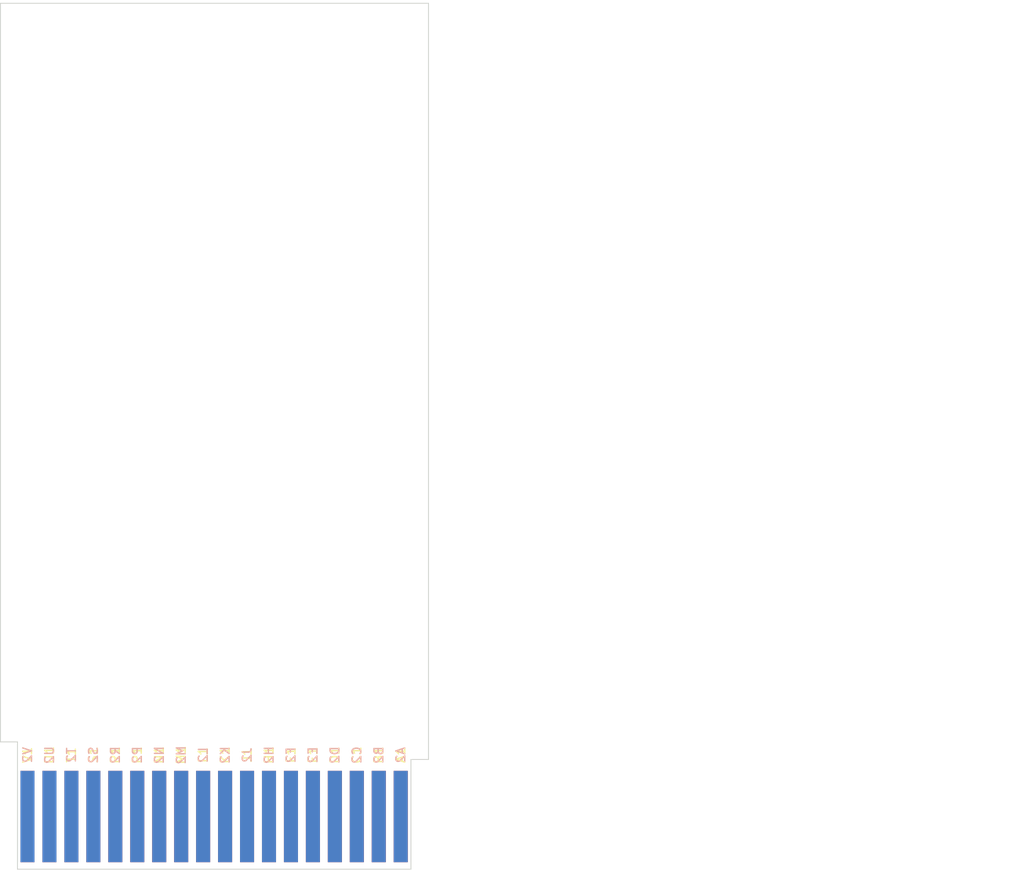
<source format=kicad_pcb>
(kicad_pcb (version 20171130) (host pcbnew "(5.1.10)-1")

  (general
    (thickness 1.6)
    (drawings 15)
    (tracks 0)
    (zones 0)
    (modules 3)
    (nets 1)
  )

  (page C)
  (title_block
    (title "DEC FLIP CHIP Module : SINGLE-HEIGHT, STANDARD LENGTH")
    (rev 1)
  )

  (layers
    (0 F.Cu signal)
    (31 B.Cu signal)
    (32 B.Adhes user)
    (33 F.Adhes user)
    (34 B.Paste user)
    (35 F.Paste user)
    (36 B.SilkS user)
    (37 F.SilkS user)
    (38 B.Mask user)
    (39 F.Mask user)
    (40 Dwgs.User user)
    (41 Cmts.User user)
    (42 Eco1.User user)
    (43 Eco2.User user)
    (44 Edge.Cuts user)
    (45 Margin user)
    (46 B.CrtYd user)
    (47 F.CrtYd user)
    (48 B.Fab user)
    (49 F.Fab user)
  )

  (setup
    (last_trace_width 0.25)
    (trace_clearance 0.2)
    (zone_clearance 0.508)
    (zone_45_only no)
    (trace_min 0.2)
    (via_size 0.8)
    (via_drill 0.4)
    (via_min_size 0.4)
    (via_min_drill 0.3)
    (uvia_size 0.3)
    (uvia_drill 0.1)
    (uvias_allowed no)
    (uvia_min_size 0.2)
    (uvia_min_drill 0.1)
    (edge_width 0.127)
    (segment_width 0.2)
    (pcb_text_width 0.3)
    (pcb_text_size 1.5 1.5)
    (mod_edge_width 0.12)
    (mod_text_size 1 1)
    (mod_text_width 0.15)
    (pad_size 3.200001 3.200001)
    (pad_drill 3.200001)
    (pad_to_mask_clearance 0)
    (aux_axis_origin 0 0)
    (grid_origin 304.8 304.8)
    (visible_elements 7FFFFFFF)
    (pcbplotparams
      (layerselection 0x010fc_ffffffff)
      (usegerberextensions false)
      (usegerberattributes true)
      (usegerberadvancedattributes true)
      (creategerberjobfile true)
      (excludeedgelayer true)
      (linewidth 0.100000)
      (plotframeref false)
      (viasonmask false)
      (mode 1)
      (useauxorigin false)
      (hpglpennumber 1)
      (hpglpenspeed 20)
      (hpglpendiameter 15.000000)
      (psnegative false)
      (psa4output false)
      (plotreference true)
      (plotvalue true)
      (plotinvisibletext false)
      (padsonsilk false)
      (subtractmaskfromsilk false)
      (outputformat 1)
      (mirror false)
      (drillshape 1)
      (scaleselection 1)
      (outputdirectory ""))
  )

  (net 0 "")

  (net_class Default "This is the default net class."
    (clearance 0.2)
    (trace_width 0.25)
    (via_dia 0.8)
    (via_drill 0.4)
    (uvia_dia 0.3)
    (uvia_drill 0.1)
  )

  (module DEC-FLIP-CHIP:CONN-DEC-SINGLE (layer F.Cu) (tedit 61689CA5) (tstamp 6169052D)
    (at 304.8 304.8)
    (descr "DEC FLIP CHIP SINGLE-HEIGHT Edge Connector")
    (fp_text reference J1 (at -30.9118 3.683) (layer Cmts.User) hide
      (effects (font (size 1.27 1.27) (thickness 0.2032)))
    )
    (fp_text value CONN-DEC-SINGLE (at -30.9118 6.2484) (layer Cmts.User) hide
      (effects (font (size 1.27 1.27) (thickness 0.2032)))
    )
    (fp_text user A2 (at -4.0132 -16.51 90) (layer B.SilkS)
      (effects (font (size 1.27 1.27) (thickness 0.2032)) (justify mirror))
    )
    (fp_text user B2 (at -7.1882 -16.51 90) (layer B.SilkS)
      (effects (font (size 1.27 1.27) (thickness 0.2032)) (justify mirror))
    )
    (fp_text user C2 (at -10.3632 -16.51 90) (layer B.SilkS)
      (effects (font (size 1.27 1.27) (thickness 0.2032)) (justify mirror))
    )
    (fp_text user D2 (at -13.5382 -16.51 90) (layer B.SilkS)
      (effects (font (size 1.27 1.27) (thickness 0.2032)) (justify mirror))
    )
    (fp_text user E2 (at -16.7132 -16.51 90) (layer B.SilkS)
      (effects (font (size 1.27 1.27) (thickness 0.2032)) (justify mirror))
    )
    (fp_text user F2 (at -19.8882 -16.51 90) (layer B.SilkS)
      (effects (font (size 1.27 1.27) (thickness 0.2032)) (justify mirror))
    )
    (fp_text user H2 (at -23.0632 -16.51 90) (layer B.SilkS)
      (effects (font (size 1.27 1.27) (thickness 0.2032)) (justify mirror))
    )
    (fp_text user J2 (at -26.2382 -16.51 90) (layer B.SilkS)
      (effects (font (size 1.27 1.27) (thickness 0.2032)) (justify mirror))
    )
    (fp_text user K2 (at -29.4132 -16.51 90) (layer B.SilkS)
      (effects (font (size 1.27 1.27) (thickness 0.2032)) (justify mirror))
    )
    (fp_text user L2 (at -32.5882 -16.51 90) (layer B.SilkS)
      (effects (font (size 1.27 1.27) (thickness 0.2032)) (justify mirror))
    )
    (fp_text user M2 (at -35.7632 -16.51 90) (layer B.SilkS)
      (effects (font (size 1.27 1.27) (thickness 0.2032)) (justify mirror))
    )
    (fp_text user N2 (at -38.9382 -16.51 90) (layer B.SilkS)
      (effects (font (size 1.27 1.27) (thickness 0.2032)) (justify mirror))
    )
    (fp_text user P2 (at -42.1132 -16.51 90) (layer B.SilkS)
      (effects (font (size 1.27 1.27) (thickness 0.2032)) (justify mirror))
    )
    (fp_text user R2 (at -45.2882 -16.51 90) (layer B.SilkS)
      (effects (font (size 1.27 1.27) (thickness 0.2032)) (justify mirror))
    )
    (fp_text user S2 (at -48.4632 -16.51 90) (layer B.SilkS)
      (effects (font (size 1.27 1.27) (thickness 0.2032)) (justify mirror))
    )
    (fp_text user T2 (at -51.6382 -16.51 90) (layer B.SilkS)
      (effects (font (size 1.27 1.27) (thickness 0.2032)) (justify mirror))
    )
    (fp_text user U2 (at -54.8132 -16.51 90) (layer B.SilkS)
      (effects (font (size 1.27 1.27) (thickness 0.2032)) (justify mirror))
    )
    (fp_text user V2 (at -57.9882 -16.51 90) (layer B.SilkS)
      (effects (font (size 1.27 1.27) (thickness 0.2032)) (justify mirror))
    )
    (fp_text user V1 (at -57.9882 -16.51 90) (layer F.SilkS)
      (effects (font (size 1.27 1.27) (thickness 0.2032)))
    )
    (fp_text user U1 (at -54.8132 -16.51 90) (layer F.SilkS)
      (effects (font (size 1.27 1.27) (thickness 0.2032)))
    )
    (fp_text user T1 (at -51.6382 -16.51 90) (layer F.SilkS)
      (effects (font (size 1.27 1.27) (thickness 0.2032)))
    )
    (fp_text user S1 (at -48.4632 -16.51 90) (layer F.SilkS)
      (effects (font (size 1.27 1.27) (thickness 0.2032)))
    )
    (fp_text user R1 (at -45.2882 -16.51 90) (layer F.SilkS)
      (effects (font (size 1.27 1.27) (thickness 0.2032)))
    )
    (fp_text user P1 (at -42.1132 -16.51 90) (layer F.SilkS)
      (effects (font (size 1.27 1.27) (thickness 0.2032)))
    )
    (fp_text user N1 (at -38.9382 -16.51 90) (layer F.SilkS)
      (effects (font (size 1.27 1.27) (thickness 0.2032)))
    )
    (fp_text user M1 (at -35.7632 -16.51 90) (layer F.SilkS)
      (effects (font (size 1.27 1.27) (thickness 0.2032)))
    )
    (fp_text user L1 (at -32.5882 -16.51 90) (layer F.SilkS)
      (effects (font (size 1.27 1.27) (thickness 0.2032)))
    )
    (fp_text user K1 (at -29.4132 -16.51 90) (layer F.SilkS)
      (effects (font (size 1.27 1.27) (thickness 0.2032)))
    )
    (fp_text user J1 (at -26.2382 -16.51 90) (layer F.SilkS)
      (effects (font (size 1.27 1.27) (thickness 0.2032)))
    )
    (fp_text user H1 (at -23.0632 -16.51 90) (layer F.SilkS)
      (effects (font (size 1.27 1.27) (thickness 0.2032)))
    )
    (fp_text user F1 (at -19.8882 -16.51 90) (layer F.SilkS)
      (effects (font (size 1.27 1.27) (thickness 0.2032)))
    )
    (fp_text user E1 (at -16.7132 -16.51 90) (layer F.SilkS)
      (effects (font (size 1.27 1.27) (thickness 0.2032)))
    )
    (fp_text user D1 (at -13.5382 -16.51 90) (layer F.SilkS)
      (effects (font (size 1.27 1.27) (thickness 0.2032)))
    )
    (fp_text user C1 (at -10.3632 -16.51 90) (layer F.SilkS)
      (effects (font (size 1.27 1.27) (thickness 0.2032)))
    )
    (fp_text user B1 (at -7.1882 -16.51 90) (layer F.SilkS)
      (effects (font (size 1.27 1.27) (thickness 0.2032)))
    )
    (fp_text user A1 (at -4.0132 -16.51 90) (layer F.SilkS)
      (effects (font (size 1.27 1.27) (thickness 0.2032)))
    )
    (pad V2 connect rect (at -57.9882 -13.462) (size 2.032 13.208) (drill (offset 0 5.842)) (layers B.Cu B.Mask))
    (pad U2 connect rect (at -54.8132 -13.462) (size 2.032 13.208) (drill (offset 0 5.842)) (layers B.Cu B.Mask))
    (pad T2 connect rect (at -51.6382 -13.462) (size 2.032 13.208) (drill (offset 0 5.842)) (layers B.Cu B.Mask))
    (pad S2 connect rect (at -48.4632 -13.462) (size 2.032 13.208) (drill (offset 0 5.842)) (layers B.Cu B.Mask))
    (pad R2 connect rect (at -45.2882 -13.462) (size 2.032 13.208) (drill (offset 0 5.842)) (layers B.Cu B.Mask))
    (pad P2 connect rect (at -42.1132 -13.462) (size 2.032 13.208) (drill (offset 0 5.842)) (layers B.Cu B.Mask))
    (pad N2 connect rect (at -38.9382 -13.462) (size 2.032 13.208) (drill (offset 0 5.842)) (layers B.Cu B.Mask))
    (pad M2 connect rect (at -35.7632 -13.462) (size 2.032 13.208) (drill (offset 0 5.842)) (layers B.Cu B.Mask))
    (pad L2 connect rect (at -32.5882 -13.462) (size 2.032 13.208) (drill (offset 0 5.842)) (layers B.Cu B.Mask))
    (pad K2 connect rect (at -29.4132 -13.462) (size 2.032 13.208) (drill (offset 0 5.842)) (layers B.Cu B.Mask))
    (pad J2 connect rect (at -26.2382 -13.462) (size 2.032 13.208) (drill (offset 0 5.842)) (layers B.Cu B.Mask))
    (pad H2 connect rect (at -23.0632 -13.462) (size 2.032 13.208) (drill (offset 0 5.842)) (layers B.Cu B.Mask))
    (pad F2 connect rect (at -19.8882 -13.462) (size 2.032 13.208) (drill (offset 0 5.842)) (layers B.Cu B.Mask))
    (pad E2 connect rect (at -16.7132 -13.462) (size 2.032 13.208) (drill (offset 0 5.842)) (layers B.Cu B.Mask))
    (pad D2 connect rect (at -13.5382 -13.462) (size 2.032 13.208) (drill (offset 0 5.842)) (layers B.Cu B.Mask))
    (pad C2 connect rect (at -10.3632 -13.462) (size 2.032 13.208) (drill (offset 0 5.842)) (layers B.Cu B.Mask))
    (pad B2 connect rect (at -7.1882 -13.462) (size 2.032 13.208) (drill (offset 0 5.842)) (layers B.Cu B.Mask))
    (pad A2 connect rect (at -4.0132 -13.462) (size 2.032 13.208) (drill (offset 0 5.842)) (layers B.Cu B.Mask))
    (pad A1 connect rect (at -4.0132 -13.462) (size 2.032 13.208) (drill (offset 0 5.842)) (layers F.Cu F.Mask))
    (pad B1 connect rect (at -7.1882 -13.462) (size 2.032 13.208) (drill (offset 0 5.842)) (layers F.Cu F.Mask))
    (pad C1 connect rect (at -10.3632 -13.462) (size 2.032 13.208) (drill (offset 0 5.842)) (layers F.Cu F.Mask))
    (pad D1 connect rect (at -13.5382 -13.462) (size 2.032 13.208) (drill (offset 0 5.842)) (layers F.Cu F.Mask))
    (pad E1 connect rect (at -16.7132 -13.462) (size 2.032 13.208) (drill (offset 0 5.842)) (layers F.Cu F.Mask))
    (pad F1 connect rect (at -19.8882 -13.462) (size 2.032 13.208) (drill (offset 0 5.842)) (layers F.Cu F.Mask))
    (pad H1 connect rect (at -23.0632 -13.462) (size 2.032 13.208) (drill (offset 0 5.842)) (layers F.Cu F.Mask))
    (pad J1 connect rect (at -26.2382 -13.462) (size 2.032 13.208) (drill (offset 0 5.842)) (layers F.Cu F.Mask))
    (pad K1 connect rect (at -29.4132 -13.462) (size 2.032 13.208) (drill (offset 0 5.842)) (layers F.Cu F.Mask))
    (pad L1 connect rect (at -32.5882 -13.462) (size 2.032 13.208) (drill (offset 0 5.842)) (layers F.Cu F.Mask))
    (pad M1 connect rect (at -35.7632 -13.462) (size 2.032 13.208) (drill (offset 0 5.842)) (layers F.Cu F.Mask))
    (pad N1 connect rect (at -38.9382 -13.462) (size 2.032 13.208) (drill (offset 0 5.842)) (layers F.Cu F.Mask))
    (pad P1 connect rect (at -42.1132 -13.462) (size 2.032 13.208) (drill (offset 0 5.842)) (layers F.Cu F.Mask))
    (pad R1 connect rect (at -45.2882 -13.462) (size 2.032 13.208) (drill (offset 0 5.842)) (layers F.Cu F.Mask))
    (pad S1 connect rect (at -48.4632 -13.462) (size 2.032 13.208) (drill (offset 0 5.842)) (layers F.Cu F.Mask))
    (pad T1 connect rect (at -51.6382 -13.462) (size 2.032 13.208) (drill (offset 0 5.842)) (layers F.Cu F.Mask))
    (pad U1 connect rect (at -54.8132 -13.462) (size 2.032 13.208) (drill (offset 0 5.842)) (layers F.Cu F.Mask))
    (pad V1 connect rect (at -57.9882 -13.462) (size 2.032 13.208) (drill (offset 0 5.842)) (layers F.Cu F.Mask))
  )

  (module MountingHole:MountingHole_3.2mm_M3 (layer F.Cu) (tedit 56D1B4CB) (tstamp 614E6810)
    (at 299.2374 184.15)
    (descr "Mounting Hole 3.2mm, no annular, M3")
    (tags "mounting hole 3.2mm no annular m3")
    (attr virtual)
    (fp_text reference " " (at 0 -4.2) (layer F.SilkS)
      (effects (font (size 1 1) (thickness 0.15)))
    )
    (fp_text value " " (at 0 4.2) (layer F.Fab) hide
      (effects (font (size 1 1) (thickness 0.15) italic))
    )
    (fp_circle (center 0 0) (end 3.2 0) (layer Cmts.User) (width 0.15))
    (fp_circle (center 0 0) (end 3.45 0) (layer F.CrtYd) (width 0.05))
    (fp_text user %R (at 0.3 0) (layer F.Fab)
      (effects (font (size 1 1) (thickness 0.15)))
    )
    (pad 1 np_thru_hole circle (at 0 0) (size 3.2 3.2) (drill 3.2) (layers *.Cu *.Mask))
  )

  (module MountingHole:MountingHole_3.2mm_M3 (layer F.Cu) (tedit 56D1B4CB) (tstamp 614E67F9)
    (at 248.4374 184.15)
    (descr "Mounting Hole 3.2mm, no annular, M3")
    (tags "mounting hole 3.2mm no annular m3")
    (attr virtual)
    (fp_text reference " " (at 0 -4.2) (layer F.SilkS)
      (effects (font (size 1 1) (thickness 0.15)))
    )
    (fp_text value " " (at 0 4.2) (layer F.Fab) hide
      (effects (font (size 1 1) (thickness 0.15) italic))
    )
    (fp_circle (center 0 0) (end 3.45 0) (layer F.CrtYd) (width 0.05))
    (fp_circle (center 0 0) (end 3.2 0) (layer Cmts.User) (width 0.15))
    (fp_text user %R (at 0.3 0) (layer F.Fab)
      (effects (font (size 1 1) (thickness 0.15)))
    )
    (pad 1 np_thru_hole circle (at 0 0) (size 3.2 3.2) (drill 3.2) (layers *.Cu *.Mask))
  )

  (gr_poly (pts (xy 302.26 304.8) (xy 245.364 304.8) (xy 245.364 290.576) (xy 302.26 290.576)) (layer B.Mask) (width 0) (tstamp 616A452B))
  (gr_line (start 303.5554 196.7738) (end 312.0771 193.2686) (layer Cmts.User) (width 0.254))
  (gr_text "Usable board space" (at 352.2218 192.0748) (layer Cmts.User)
    (effects (font (size 5.08 5.08) (thickness 0.508)))
  )
  (gr_line (start 244.5004 284.8356) (end 244.5004 190.5508) (layer Cmts.User) (width 0.15) (tstamp 614EAFCC))
  (gr_line (start 303.1998 190.5508) (end 244.5004 190.5508) (layer Cmts.User) (width 0.15))
  (gr_line (start 303.1998 287.3756) (end 303.1998 190.5508) (layer Cmts.User) (width 0.15))
  (gr_poly (pts (xy 302.26 304.8) (xy 245.364 304.8) (xy 245.364 290.576) (xy 302.26 290.576)) (layer F.Mask) (width 0))
  (gr_line (start 245.364 286.385) (end 242.9002 286.385) (layer Edge.Cuts) (width 0.127) (tstamp 614E5977))
  (gr_line (start 245.364 286.385) (end 245.364 304.8) (layer Edge.Cuts) (width 0.127) (tstamp 614E5950))
  (gr_line (start 302.26 304.8) (end 245.364 304.8) (layer Edge.Cuts) (width 0.127))
  (gr_line (start 302.26 288.925) (end 302.26 304.8) (layer Edge.Cuts) (width 0.127))
  (gr_line (start 304.8 288.925) (end 302.26 288.925) (layer Edge.Cuts) (width 0.127) (tstamp 614E6232))
  (gr_line (start 242.9002 179.578) (end 242.9002 286.385) (layer Edge.Cuts) (width 0.127) (tstamp 614E590F))
  (gr_line (start 304.8 179.578) (end 242.9002 179.578) (layer Edge.Cuts) (width 0.127))
  (gr_line (start 304.8 179.578) (end 304.8 288.925) (layer Edge.Cuts) (width 0.127))

)

</source>
